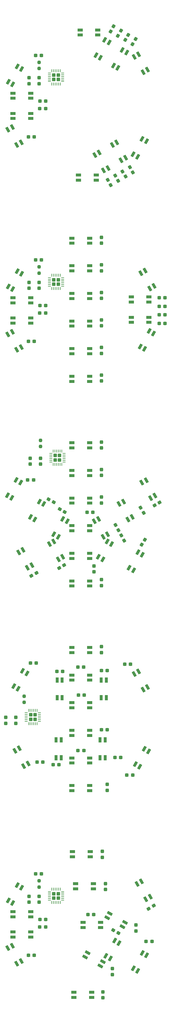
<source format=gbr>
%TF.GenerationSoftware,KiCad,Pcbnew,8.0.8*%
%TF.CreationDate,2025-04-07T12:48:11-04:00*%
%TF.ProjectId,pcb_tile_game_tile_panelized,7063625f-7469-46c6-955f-67616d655f74,rev?*%
%TF.SameCoordinates,Original*%
%TF.FileFunction,Paste,Top*%
%TF.FilePolarity,Positive*%
%FSLAX46Y46*%
G04 Gerber Fmt 4.6, Leading zero omitted, Abs format (unit mm)*
G04 Created by KiCad (PCBNEW 8.0.8) date 2025-04-07 12:48:11*
%MOMM*%
%LPD*%
G01*
G04 APERTURE LIST*
G04 Aperture macros list*
%AMRoundRect*
0 Rectangle with rounded corners*
0 $1 Rounding radius*
0 $2 $3 $4 $5 $6 $7 $8 $9 X,Y pos of 4 corners*
0 Add a 4 corners polygon primitive as box body*
4,1,4,$2,$3,$4,$5,$6,$7,$8,$9,$2,$3,0*
0 Add four circle primitives for the rounded corners*
1,1,$1+$1,$2,$3*
1,1,$1+$1,$4,$5*
1,1,$1+$1,$6,$7*
1,1,$1+$1,$8,$9*
0 Add four rect primitives between the rounded corners*
20,1,$1+$1,$2,$3,$4,$5,0*
20,1,$1+$1,$4,$5,$6,$7,0*
20,1,$1+$1,$6,$7,$8,$9,0*
20,1,$1+$1,$8,$9,$2,$3,0*%
G04 Aperture macros list end*
%ADD10RoundRect,0.237500X-0.055681X0.378558X-0.355681X-0.141058X0.055681X-0.378558X0.355681X0.141058X0*%
%ADD11RoundRect,0.237500X0.300000X0.237500X-0.300000X0.237500X-0.300000X-0.237500X0.300000X-0.237500X0*%
%ADD12RoundRect,0.237500X-0.237500X0.250000X-0.237500X-0.250000X0.237500X-0.250000X0.237500X0.250000X0*%
%ADD13RoundRect,0.237500X0.355681X-0.141058X0.055681X0.378558X-0.355681X0.141058X-0.055681X-0.378558X0*%
%ADD14RoundRect,0.237500X0.237500X-0.300000X0.237500X0.300000X-0.237500X0.300000X-0.237500X-0.300000X0*%
%ADD15RoundRect,0.250000X-0.275000X-0.275000X0.275000X-0.275000X0.275000X0.275000X-0.275000X0.275000X0*%
%ADD16RoundRect,0.062500X-0.350000X-0.062500X0.350000X-0.062500X0.350000X0.062500X-0.350000X0.062500X0*%
%ADD17RoundRect,0.062500X-0.062500X-0.350000X0.062500X-0.350000X0.062500X0.350000X-0.062500X0.350000X0*%
%ADD18RoundRect,0.082000X-0.643056X-0.457806X-0.074944X-0.785806X0.643056X0.457806X0.074944X0.785806X0*%
%ADD19RoundRect,0.082000X-0.718000X0.328000X-0.718000X-0.328000X0.718000X-0.328000X0.718000X0.328000X0*%
%ADD20RoundRect,0.082000X0.643056X0.457806X0.074944X0.785806X-0.643056X-0.457806X-0.074944X-0.785806X0*%
%ADD21RoundRect,0.082000X0.074944X-0.785806X0.643056X-0.457806X-0.074944X0.785806X-0.643056X0.457806X0*%
%ADD22RoundRect,0.082000X-0.074944X0.785806X-0.643056X0.457806X0.074944X-0.785806X0.643056X-0.457806X0*%
%ADD23RoundRect,0.237500X-0.378558X-0.055681X0.141058X-0.355681X0.378558X0.055681X-0.141058X0.355681X0*%
%ADD24RoundRect,0.237500X-0.141058X-0.355681X0.378558X-0.055681X0.141058X0.355681X-0.378558X0.055681X0*%
%ADD25RoundRect,0.237500X-0.355681X0.141058X-0.055681X-0.378558X0.355681X-0.141058X0.055681X0.378558X0*%
%ADD26RoundRect,0.237500X0.378558X0.055681X-0.141058X0.355681X-0.378558X-0.055681X0.141058X-0.355681X0*%
%ADD27RoundRect,0.237500X-0.300000X-0.237500X0.300000X-0.237500X0.300000X0.237500X-0.300000X0.237500X0*%
%ADD28RoundRect,0.082000X0.328000X0.718000X-0.328000X0.718000X-0.328000X-0.718000X0.328000X-0.718000X0*%
%ADD29RoundRect,0.082000X-0.328000X-0.718000X0.328000X-0.718000X0.328000X0.718000X-0.328000X0.718000X0*%
%ADD30RoundRect,0.082000X-0.457806X0.643056X-0.785806X0.074944X0.457806X-0.643056X0.785806X-0.074944X0*%
G04 APERTURE END LIST*
D10*
%TO.C,C2*%
X71276821Y-39403053D03*
X70414321Y-40896947D03*
%TD*%
D11*
%TO.C,C11*%
X46980508Y-58800000D03*
X45255508Y-58800002D03*
%TD*%
D10*
%TO.C,C3*%
X69111758Y-38153053D03*
X68249258Y-39646947D03*
%TD*%
D12*
%TO.C,R1*%
X45030508Y-47437500D03*
X45030508Y-49262500D03*
%TD*%
D13*
%TO.C,C8*%
X72638040Y-79688621D03*
X71775540Y-78194727D03*
%TD*%
D14*
%TO.C,C14*%
X45030508Y-53712500D03*
X45030508Y-51987500D03*
%TD*%
D13*
%TO.C,C6*%
X68307913Y-82188621D03*
X67445413Y-80694727D03*
%TD*%
D11*
%TO.C,C12*%
X45705508Y-45400002D03*
X43980508Y-45400000D03*
%TD*%
%TO.C,C10*%
X46943008Y-61000000D03*
X45218008Y-61000000D03*
%TD*%
D13*
%TO.C,C5*%
X66142849Y-83438621D03*
X65280349Y-81944727D03*
%TD*%
D10*
%TO.C,C1*%
X73441885Y-40653053D03*
X72579385Y-42146947D03*
%TD*%
D13*
%TO.C,C7*%
X70472976Y-80938621D03*
X69610476Y-79444727D03*
%TD*%
D10*
%TO.C,C4*%
X66946694Y-36903053D03*
X66084194Y-38396947D03*
%TD*%
D15*
%TO.C,U2*%
X49380508Y-51200000D03*
X49380508Y-52500000D03*
X50680508Y-51200000D03*
X50680508Y-52500000D03*
D16*
X48093008Y-50600000D03*
X48093008Y-51100000D03*
X48093008Y-51600000D03*
X48093008Y-52100000D03*
X48093008Y-52600000D03*
X48093008Y-53100000D03*
D17*
X48780508Y-53787500D03*
X49280508Y-53787500D03*
X49780508Y-53787500D03*
X50280508Y-53787500D03*
X50780508Y-53787500D03*
X51280508Y-53787500D03*
D16*
X51968008Y-53100000D03*
X51968008Y-52600000D03*
X51968008Y-52100000D03*
X51968008Y-51600000D03*
X51968008Y-51100000D03*
X51968008Y-50600000D03*
D17*
X51280508Y-49912500D03*
X50780508Y-49912500D03*
X50280508Y-49912500D03*
X49780508Y-49912500D03*
X49280508Y-49912500D03*
X48780508Y-49912500D03*
%TD*%
D14*
%TO.C,C13*%
X42030508Y-53712500D03*
X42030508Y-51987500D03*
%TD*%
D11*
%TO.C,C9*%
X43580508Y-69300000D03*
X41855508Y-69300000D03*
%TD*%
D18*
%TO.C,LED2*%
X69508039Y-43866674D03*
X70807078Y-44616674D03*
X68207078Y-49120006D03*
X66908039Y-48370006D03*
%TD*%
D19*
%TO.C,LED10*%
X42530508Y-62430000D03*
X42530508Y-63930000D03*
X37330508Y-63930000D03*
X37330508Y-62430000D03*
%TD*%
D20*
%TO.C,LED8*%
X74044129Y-75124038D03*
X72745091Y-74374036D03*
X75345091Y-69870705D03*
X76644129Y-70620704D03*
%TD*%
D21*
%TO.C,LED1*%
X73038037Y-45845875D03*
X74337076Y-45095875D03*
X76937076Y-49599207D03*
X75638037Y-50349207D03*
%TD*%
D18*
%TO.C,LED3*%
X64355187Y-40891674D03*
X65654226Y-41641674D03*
X63054226Y-46145006D03*
X61755187Y-45395006D03*
%TD*%
D19*
%TO.C,LED5*%
X61847658Y-80492468D03*
X61847658Y-81992468D03*
X56647658Y-81992468D03*
X56647659Y-80492467D03*
%TD*%
D18*
%TO.C,LED12*%
X38571469Y-48670000D03*
X39870508Y-49420000D03*
X37270508Y-53923332D03*
X35971469Y-53173332D03*
%TD*%
D22*
%TO.C,LED6*%
X65326695Y-78425000D03*
X64027656Y-79175000D03*
X61427656Y-74671668D03*
X62726695Y-73921668D03*
%TD*%
%TO.C,LED9*%
X39730508Y-70940000D03*
X38431469Y-71690000D03*
X35831469Y-67186668D03*
X37130508Y-66436668D03*
%TD*%
D19*
%TO.C,LED4*%
X62290604Y-37967636D03*
X62290604Y-39467636D03*
X57090604Y-39467636D03*
X57090604Y-37967636D03*
%TD*%
D22*
%TO.C,LED7*%
X70479547Y-75450000D03*
X69180508Y-76200000D03*
X66580508Y-71696668D03*
X67879547Y-70946668D03*
%TD*%
D19*
%TO.C,LED11*%
X42530508Y-56490000D03*
X42530508Y-57990000D03*
X37330508Y-57990000D03*
X37330508Y-56490000D03*
%TD*%
D14*
%TO.C,C2*%
X63380508Y-132790000D03*
X63380508Y-131065000D03*
%TD*%
D11*
%TO.C,C13*%
X46980508Y-118800000D03*
X45255508Y-118800002D03*
%TD*%
D14*
%TO.C,C3*%
X63380508Y-124717500D03*
X63380508Y-122992500D03*
%TD*%
D12*
%TO.C,R1*%
X45030508Y-107437500D03*
X45030508Y-109262500D03*
%TD*%
D11*
%TO.C,C10*%
X82130508Y-116500000D03*
X80405508Y-116500000D03*
%TD*%
D14*
%TO.C,C15*%
X45030508Y-113712500D03*
X45030508Y-111987500D03*
%TD*%
%TO.C,C5*%
X63380508Y-108572500D03*
X63380508Y-106847500D03*
%TD*%
D11*
%TO.C,C8*%
X82130508Y-121500000D03*
X80405508Y-121500000D03*
%TD*%
D14*
%TO.C,C6*%
X63380508Y-100500000D03*
X63380508Y-98775000D03*
%TD*%
D11*
%TO.C,C14*%
X45705508Y-105400002D03*
X43980508Y-105400000D03*
%TD*%
%TO.C,C12*%
X46943008Y-121000000D03*
X45218008Y-121000000D03*
%TD*%
%TO.C,C7*%
X82130508Y-124000000D03*
X80405508Y-124000000D03*
%TD*%
D14*
%TO.C,C1*%
X63380508Y-140862500D03*
X63380508Y-139137500D03*
%TD*%
D11*
%TO.C,C9*%
X82130508Y-119000000D03*
X80405508Y-119000000D03*
%TD*%
D14*
%TO.C,C4*%
X63380508Y-116645000D03*
X63380508Y-114920000D03*
%TD*%
D15*
%TO.C,U2*%
X49380508Y-111200000D03*
X49380508Y-112500000D03*
X50680508Y-111200000D03*
X50680508Y-112500000D03*
D16*
X48093008Y-110600000D03*
X48093008Y-111100000D03*
X48093008Y-111600000D03*
X48093008Y-112100000D03*
X48093008Y-112600000D03*
X48093008Y-113100000D03*
D17*
X48780508Y-113787500D03*
X49280508Y-113787500D03*
X49780508Y-113787500D03*
X50280508Y-113787500D03*
X50780508Y-113787500D03*
X51280508Y-113787500D03*
D16*
X51968008Y-113100000D03*
X51968008Y-112600000D03*
X51968008Y-112100000D03*
X51968008Y-111600000D03*
X51968008Y-111100000D03*
X51968008Y-110600000D03*
D17*
X51280508Y-109912500D03*
X50780508Y-109912500D03*
X50280508Y-109912500D03*
X49780508Y-109912500D03*
X49280508Y-109912500D03*
X48780508Y-109912500D03*
%TD*%
D14*
%TO.C,C16*%
X42030508Y-113712500D03*
X42030508Y-111987500D03*
%TD*%
D11*
%TO.C,C11*%
X43580508Y-129300000D03*
X41855508Y-129300000D03*
%TD*%
D19*
%TO.C,LED2*%
X59880508Y-131400000D03*
X59880508Y-132900000D03*
X54680508Y-132900000D03*
X54680508Y-131400000D03*
%TD*%
%TO.C,LED12*%
X42530508Y-122430000D03*
X42530508Y-123930000D03*
X37330508Y-123930000D03*
X37330508Y-122430000D03*
%TD*%
D22*
%TO.C,LED10*%
X78880508Y-113000000D03*
X77581468Y-113749999D03*
X74981469Y-109246667D03*
X76280506Y-108496667D03*
%TD*%
D19*
%TO.C,LED5*%
X59880508Y-107100000D03*
X59880508Y-108600000D03*
X54680508Y-108600000D03*
X54680508Y-107100000D03*
%TD*%
%TO.C,LED1*%
X59880508Y-139500000D03*
X59880508Y-141000000D03*
X54680508Y-141000000D03*
X54680508Y-139500000D03*
%TD*%
%TO.C,LED3*%
X59880508Y-123300000D03*
X59880508Y-124800000D03*
X54680508Y-124800000D03*
X54680508Y-123300000D03*
%TD*%
D18*
%TO.C,LED7*%
X77431469Y-126246668D03*
X78730508Y-126996668D03*
X76130508Y-131500000D03*
X74831469Y-130749999D03*
%TD*%
%TO.C,LED14*%
X38571469Y-108670000D03*
X39870508Y-109420000D03*
X37270508Y-113923332D03*
X35971469Y-113173332D03*
%TD*%
D19*
%TO.C,LED8*%
X77380508Y-122200000D03*
X77380508Y-123700000D03*
X72180508Y-123700000D03*
X72180508Y-122200000D03*
%TD*%
D22*
%TO.C,LED11*%
X39730508Y-130940000D03*
X38431469Y-131690000D03*
X35831469Y-127186668D03*
X37130508Y-126436668D03*
%TD*%
D19*
%TO.C,LED4*%
X59880508Y-115200000D03*
X59880508Y-116700000D03*
X54680508Y-116700000D03*
X54680508Y-115200000D03*
%TD*%
%TO.C,LED6*%
X59880508Y-99000000D03*
X59880508Y-100500000D03*
X54680508Y-100500000D03*
X54680508Y-99000000D03*
%TD*%
%TO.C,LED9*%
X77380508Y-116250000D03*
X77380508Y-117750000D03*
X72180508Y-117750000D03*
X72180508Y-116250000D03*
%TD*%
%TO.C,LED13*%
X42530508Y-116490000D03*
X42530508Y-117990000D03*
X37330508Y-117990000D03*
X37330508Y-116490000D03*
%TD*%
D14*
%TO.C,C2*%
X61180508Y-196825000D03*
X61180508Y-195100000D03*
%TD*%
D23*
%TO.C,C14*%
X51086614Y-178437502D03*
X52580508Y-179300000D03*
%TD*%
D11*
%TO.C,C3*%
X60880508Y-179400000D03*
X59155508Y-179400000D03*
%TD*%
D12*
%TO.C,R1*%
X45419894Y-158275000D03*
X45419894Y-160100000D03*
%TD*%
D24*
%TO.C,C11*%
X42733561Y-198031250D03*
X44227455Y-197168750D03*
%TD*%
D14*
%TO.C,C18*%
X45419894Y-165237500D03*
X45419894Y-163512500D03*
%TD*%
%TO.C,C5*%
X63380508Y-168572500D03*
X63380508Y-166847500D03*
%TD*%
D25*
%TO.C,C9*%
X67518008Y-183106106D03*
X68380508Y-184600000D03*
%TD*%
D14*
%TO.C,C6*%
X63380508Y-160500000D03*
X63380508Y-158775000D03*
%TD*%
D13*
%TO.C,C15*%
X70111757Y-187646947D03*
X69249259Y-186153053D03*
%TD*%
D24*
%TO.C,C7*%
X79033561Y-177331250D03*
X80527455Y-176468750D03*
%TD*%
D10*
%TO.C,C16*%
X76143008Y-187406106D03*
X75280508Y-188900000D03*
%TD*%
D26*
%TO.C,C13*%
X49327455Y-176431250D03*
X47833561Y-175568750D03*
%TD*%
D25*
%TO.C,C8*%
X74949258Y-178053053D03*
X75811758Y-179546947D03*
%TD*%
D14*
%TO.C,C1*%
X63380508Y-200862500D03*
X63380508Y-199137500D03*
%TD*%
D24*
%TO.C,C10*%
X50933561Y-195731250D03*
X52427455Y-194868750D03*
%TD*%
D14*
%TO.C,C4*%
X63380508Y-176645000D03*
X63380508Y-174920000D03*
%TD*%
D15*
%TO.C,U2*%
X49769894Y-162725000D03*
X49769894Y-164025000D03*
X51069894Y-162725000D03*
X51069894Y-164025000D03*
D16*
X48482394Y-162125000D03*
X48482394Y-162625000D03*
X48482394Y-163125000D03*
X48482394Y-163625000D03*
X48482394Y-164125000D03*
X48482394Y-164625000D03*
D17*
X49169894Y-165312500D03*
X49669894Y-165312500D03*
X50169894Y-165312500D03*
X50669894Y-165312500D03*
X51169894Y-165312500D03*
X51669894Y-165312500D03*
D16*
X52357394Y-164625000D03*
X52357394Y-164125000D03*
X52357394Y-163625000D03*
X52357394Y-163125000D03*
X52357394Y-162625000D03*
X52357394Y-162125000D03*
D17*
X51669894Y-161437500D03*
X51169894Y-161437500D03*
X50669894Y-161437500D03*
X50169894Y-161437500D03*
X49669894Y-161437500D03*
X49169894Y-161437500D03*
%TD*%
D14*
%TO.C,C17*%
X42419894Y-165237500D03*
X42419894Y-163512500D03*
%TD*%
D11*
%TO.C,C12*%
X43380508Y-169900000D03*
X41655508Y-169900000D03*
%TD*%
D19*
%TO.C,LED4*%
X59880508Y-183300000D03*
X59880508Y-184800000D03*
X54680508Y-184800000D03*
X54680508Y-183300000D03*
%TD*%
%TO.C,LED3*%
X59880508Y-175200000D03*
X59880508Y-176700000D03*
X54680508Y-176700000D03*
X54680508Y-175200000D03*
%TD*%
D18*
%TO.C,LED13*%
X45081469Y-176217383D03*
X46380508Y-176967383D03*
X43780508Y-181470715D03*
X42481469Y-180720715D03*
%TD*%
D22*
%TO.C,LED8*%
X72480028Y-180720714D03*
X71180989Y-181470714D03*
X68580989Y-176967382D03*
X69880029Y-176217382D03*
%TD*%
%TO.C,LED11*%
X42880508Y-194900001D03*
X41581468Y-195650000D03*
X38981469Y-191146668D03*
X40280506Y-190396668D03*
%TD*%
D19*
%TO.C,LED2*%
X59880508Y-167100000D03*
X59880508Y-168600000D03*
X54680508Y-168600000D03*
X54680508Y-167100000D03*
%TD*%
%TO.C,LED5*%
X59880508Y-191400000D03*
X59880508Y-192900000D03*
X54680508Y-192900000D03*
X54680508Y-191400000D03*
%TD*%
D22*
%TO.C,LED7*%
X79179548Y-174450000D03*
X77880509Y-175200000D03*
X75280509Y-170696668D03*
X76579548Y-169946668D03*
%TD*%
D19*
%TO.C,LED1*%
X59880508Y-159000000D03*
X59880508Y-160500000D03*
X54680508Y-160500000D03*
X54680508Y-159000000D03*
%TD*%
D18*
%TO.C,LED16*%
X74140248Y-191107559D03*
X75439287Y-191857559D03*
X72839287Y-196360891D03*
X71540248Y-195610891D03*
%TD*%
%TO.C,LED15*%
X65080508Y-187946667D03*
X66379547Y-188696667D03*
X63779547Y-193199999D03*
X62480508Y-192449999D03*
%TD*%
D22*
%TO.C,LED9*%
X65180508Y-185800000D03*
X63881469Y-186550000D03*
X61281469Y-182046668D03*
X62580508Y-181296668D03*
%TD*%
D18*
%TO.C,LED12*%
X38280508Y-169896668D03*
X39579547Y-170646668D03*
X36979547Y-175150000D03*
X35680508Y-174400000D03*
%TD*%
D19*
%TO.C,LED6*%
X59880508Y-199500000D03*
X59880508Y-201000000D03*
X54680508Y-201000000D03*
X54680508Y-199500000D03*
%TD*%
D22*
%TO.C,LED10*%
X51979547Y-192450000D03*
X50680508Y-193200000D03*
X48080508Y-188696668D03*
X49379547Y-187946668D03*
%TD*%
D18*
%TO.C,LED14*%
X51980508Y-181296667D03*
X53279547Y-182046667D03*
X50679547Y-186549999D03*
X49380508Y-185799999D03*
%TD*%
D27*
%TO.C,C2*%
X56480508Y-249200000D03*
X58205508Y-249200000D03*
%TD*%
D11*
%TO.C,C13*%
X69080508Y-251300000D03*
X67355508Y-251300002D03*
%TD*%
%TO.C,C3*%
X65080508Y-243100000D03*
X63355508Y-243100000D03*
%TD*%
D12*
%TO.C,R1*%
X40580508Y-233275000D03*
X40580508Y-235100000D03*
%TD*%
D27*
%TO.C,C10*%
X70255508Y-223900000D03*
X71980508Y-223900000D03*
%TD*%
D14*
%TO.C,C15*%
X38180508Y-241262500D03*
X38180508Y-239537500D03*
%TD*%
D27*
%TO.C,C5*%
X56455508Y-224800000D03*
X58180508Y-224800000D03*
%TD*%
D11*
%TO.C,C8*%
X51980508Y-226000000D03*
X50255508Y-226000000D03*
%TD*%
D14*
%TO.C,C6*%
X63380508Y-220500000D03*
X63380508Y-218775000D03*
%TD*%
D27*
%TO.C,C14*%
X70880508Y-256400000D03*
X72605508Y-256400002D03*
%TD*%
%TO.C,C12*%
X49155508Y-253400000D03*
X50880508Y-253400000D03*
%TD*%
D11*
%TO.C,C7*%
X44180508Y-223600000D03*
X42455508Y-223600000D03*
%TD*%
D14*
%TO.C,C1*%
X65080508Y-260900000D03*
X65080508Y-259175000D03*
%TD*%
D11*
%TO.C,C9*%
X65080508Y-225800000D03*
X63355508Y-225800000D03*
%TD*%
D27*
%TO.C,C4*%
X56580508Y-233000000D03*
X58305508Y-233000000D03*
%TD*%
D15*
%TO.C,U2*%
X42530508Y-238750000D03*
X42530508Y-240050000D03*
X43830508Y-238750000D03*
X43830508Y-240050000D03*
D16*
X41243008Y-238150000D03*
X41243008Y-238650000D03*
X41243008Y-239150000D03*
X41243008Y-239650000D03*
X41243008Y-240150000D03*
X41243008Y-240650000D03*
D17*
X41930508Y-241337500D03*
X42430508Y-241337500D03*
X42930508Y-241337500D03*
X43430508Y-241337500D03*
X43930508Y-241337500D03*
X44430508Y-241337500D03*
D16*
X45118008Y-240650000D03*
X45118008Y-240150000D03*
X45118008Y-239650000D03*
X45118008Y-239150000D03*
X45118008Y-238650000D03*
X45118008Y-238150000D03*
D17*
X44430508Y-237462500D03*
X43930508Y-237462500D03*
X43430508Y-237462500D03*
X42930508Y-237462500D03*
X42430508Y-237462500D03*
X41930508Y-237462500D03*
%TD*%
D14*
%TO.C,C16*%
X35180508Y-241262500D03*
X35180508Y-239537500D03*
%TD*%
D11*
%TO.C,C11*%
X46143008Y-252600000D03*
X44418008Y-252600000D03*
%TD*%
D19*
%TO.C,LED2*%
X59880508Y-251400000D03*
X59880508Y-252900000D03*
X54680508Y-252900000D03*
X54680508Y-251400000D03*
%TD*%
D28*
%TO.C,LED12*%
X51504316Y-251312500D03*
X50004316Y-251312500D03*
X50004316Y-246112500D03*
X51504316Y-246112500D03*
%TD*%
D21*
%TO.C,LED10*%
X73031949Y-226824573D03*
X74330989Y-226074574D03*
X76930988Y-230577906D03*
X75631951Y-231327906D03*
%TD*%
D19*
%TO.C,LED5*%
X59880508Y-227100000D03*
X59880508Y-228600000D03*
X54680508Y-228600000D03*
X54680508Y-227100000D03*
%TD*%
%TO.C,LED1*%
X59880508Y-259500000D03*
X59880508Y-261000000D03*
X54680508Y-261000000D03*
X54680508Y-259500000D03*
%TD*%
%TO.C,LED3*%
X59880508Y-243300000D03*
X59880508Y-244800000D03*
X54680508Y-244800000D03*
X54680508Y-243300000D03*
%TD*%
D18*
%TO.C,LED7*%
X40130988Y-225877906D03*
X41430027Y-226627906D03*
X38830027Y-231131238D03*
X37530988Y-230381237D03*
%TD*%
D20*
%TO.C,LED14*%
X74680508Y-254000000D03*
X73381469Y-253250000D03*
X75981469Y-248746668D03*
X77280508Y-249496668D03*
%TD*%
D29*
%TO.C,LED8*%
X50330988Y-228565406D03*
X51830988Y-228565406D03*
X51830988Y-233765406D03*
X50330988Y-233765406D03*
%TD*%
D22*
%TO.C,LED11*%
X41779547Y-253053332D03*
X40480508Y-253803332D03*
X37880508Y-249300000D03*
X39179547Y-248550000D03*
%TD*%
D19*
%TO.C,LED4*%
X59880508Y-235200000D03*
X59880508Y-236700000D03*
X54680508Y-236700000D03*
X54680508Y-235200000D03*
%TD*%
%TO.C,LED6*%
X59880508Y-219000000D03*
X59880508Y-220500000D03*
X54680508Y-220500000D03*
X54680508Y-219000000D03*
%TD*%
D29*
%TO.C,LED9*%
X63307180Y-228565406D03*
X64807180Y-228565406D03*
X64807180Y-233765406D03*
X63307180Y-233765406D03*
%TD*%
D28*
%TO.C,LED13*%
X64480508Y-251312500D03*
X62980508Y-251312500D03*
X62980508Y-246112500D03*
X64480508Y-246112500D03*
%TD*%
D14*
%TO.C,C2*%
X66580508Y-314900000D03*
X66580508Y-313175000D03*
%TD*%
D11*
%TO.C,C12*%
X46980508Y-298800000D03*
X45255508Y-298800002D03*
%TD*%
D14*
%TO.C,C3*%
X73580508Y-302125000D03*
X73580508Y-300400000D03*
%TD*%
D12*
%TO.C,R1*%
X45030508Y-287437500D03*
X45030508Y-289262500D03*
%TD*%
D14*
%TO.C,C8*%
X64580508Y-290000000D03*
X64580508Y-288275000D03*
%TD*%
%TO.C,C15*%
X45030508Y-293712500D03*
X45030508Y-291987500D03*
%TD*%
D23*
%TO.C,C6*%
X66880508Y-301900000D03*
X68374402Y-302762500D03*
%TD*%
D11*
%TO.C,C13*%
X45705508Y-285400002D03*
X43980508Y-285400000D03*
%TD*%
D14*
%TO.C,C9*%
X63680508Y-280525000D03*
X63680508Y-278800000D03*
%TD*%
D11*
%TO.C,C11*%
X46943008Y-301000000D03*
X45218008Y-301000000D03*
%TD*%
%TO.C,C5*%
X78280508Y-305200000D03*
X76555508Y-305200000D03*
%TD*%
D14*
%TO.C,C1*%
X63780508Y-321725000D03*
X63780508Y-320000000D03*
%TD*%
D27*
%TO.C,C7*%
X59380508Y-297300000D03*
X61105508Y-297300000D03*
%TD*%
D24*
%TO.C,C4*%
X77280508Y-295600000D03*
X78774402Y-294737500D03*
%TD*%
D15*
%TO.C,U2*%
X49380508Y-291200000D03*
X49380508Y-292500000D03*
X50680508Y-291200000D03*
X50680508Y-292500000D03*
D16*
X48093008Y-290600000D03*
X48093008Y-291100000D03*
X48093008Y-291600000D03*
X48093008Y-292100000D03*
X48093008Y-292600000D03*
X48093008Y-293100000D03*
D17*
X48780508Y-293787500D03*
X49280508Y-293787500D03*
X49780508Y-293787500D03*
X50280508Y-293787500D03*
X50780508Y-293787500D03*
X51280508Y-293787500D03*
D16*
X51968008Y-293100000D03*
X51968008Y-292600000D03*
X51968008Y-292100000D03*
X51968008Y-291600000D03*
X51968008Y-291100000D03*
X51968008Y-290600000D03*
D17*
X51280508Y-289912500D03*
X50780508Y-289912500D03*
X50280508Y-289912500D03*
X49780508Y-289912500D03*
X49280508Y-289912500D03*
X48780508Y-289912500D03*
%TD*%
D14*
%TO.C,C14*%
X42030508Y-293712500D03*
X42030508Y-291987500D03*
%TD*%
D11*
%TO.C,C10*%
X43580508Y-309300000D03*
X41855508Y-309300000D03*
%TD*%
D30*
%TO.C,LED2*%
X63835288Y-311100961D03*
X63085288Y-312400000D03*
X58581956Y-309800000D03*
X59331956Y-308500961D03*
%TD*%
D19*
%TO.C,LED11*%
X42530508Y-302430000D03*
X42530508Y-303930000D03*
X37330508Y-303930000D03*
X37330508Y-302430000D03*
%TD*%
%TO.C,LED8*%
X60980510Y-288299999D03*
X60980508Y-289800000D03*
X55780509Y-289799999D03*
X55780508Y-288300000D03*
%TD*%
%TO.C,LED9*%
X60080508Y-278900000D03*
X60080508Y-280400000D03*
X54880508Y-280400000D03*
X54880508Y-278900000D03*
%TD*%
%TO.C,LED1*%
X60480508Y-320100000D03*
X60480508Y-321600000D03*
X55280508Y-321600000D03*
X55280508Y-320100000D03*
%TD*%
D30*
%TO.C,LED3*%
X70323384Y-299569974D03*
X69573384Y-300869013D03*
X65070052Y-298269013D03*
X65820052Y-296969974D03*
%TD*%
D18*
%TO.C,LED5*%
X75381469Y-308550000D03*
X76680508Y-309300000D03*
X74080508Y-313803332D03*
X72781469Y-313053331D03*
%TD*%
%TO.C,LED13*%
X38571469Y-288670000D03*
X39870508Y-289420000D03*
X37270508Y-293923332D03*
X35971469Y-293173332D03*
%TD*%
%TO.C,LED6*%
X67281469Y-304950000D03*
X68580508Y-305700000D03*
X65980508Y-310203332D03*
X64681469Y-309453332D03*
%TD*%
D22*
%TO.C,LED10*%
X39730508Y-310940000D03*
X38431469Y-311690000D03*
X35831469Y-307186668D03*
X37130508Y-306436668D03*
%TD*%
%TO.C,LED4*%
X77750828Y-292080266D03*
X76451789Y-292830266D03*
X73851789Y-288326934D03*
X75150828Y-287576934D03*
%TD*%
D19*
%TO.C,LED7*%
X63180508Y-299600000D03*
X63180508Y-301100000D03*
X57980508Y-301100000D03*
X57980508Y-299600000D03*
%TD*%
%TO.C,LED12*%
X42530508Y-296490000D03*
X42530508Y-297990000D03*
X37330508Y-297990000D03*
X37330508Y-296490000D03*
%TD*%
M02*

</source>
